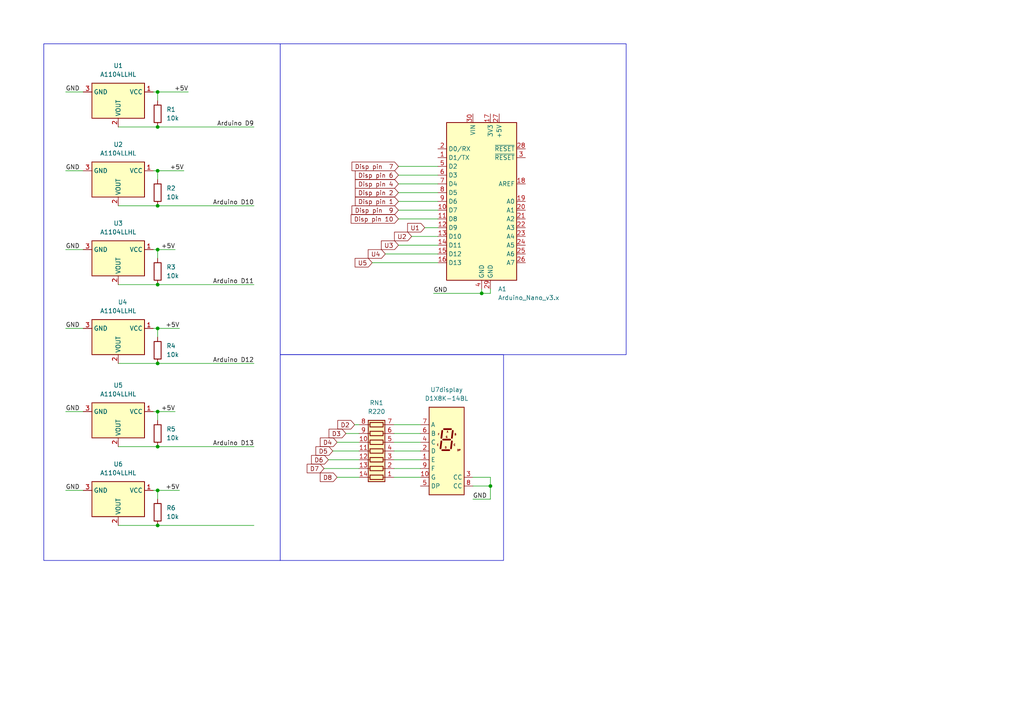
<source format=kicad_sch>
(kicad_sch (version 20230121) (generator eeschema)
  (paper "A4")
  (lib_symbols
    (symbol "Device:R" (pin_numbers hide) (pin_names (offset 0))
      (property "Reference" "R" (at 2.032 0 90))
      (property "Value" "R" (at 0 0 90))
      (symbol "R_0_1"
        (rectangle (start -1.016 -2.54) (end 1.016 2.54) (stroke (width 0.254)))
      )
      (symbol "R_1_1"
        (pin passive line (at 0 3.81 270) (length 1.27) (name "~") (number "1"))
        (pin passive line (at 0 -3.81 90) (length 1.27) (name "~") (number "2"))
      )
    )
    (symbol "Device:R_Pack07" (pin_names (offset 0) hide)
      (property "Reference" "RN" (at -10.16 0 90))
      (property "Value" "R_Pack07" (at 10.16 0 90))
      (symbol "R_Pack07_0_1"
        (rectangle (start -8.89 -2.413) (end 8.89 2.413) (stroke (width 0.254)) (fill (type background)))
        (rectangle (start -8.255 1.905) (end -6.985 -1.905) (stroke (width 0.254)))
        (rectangle (start -5.715 1.905) (end -4.445 -1.905) (stroke (width 0.254)))
        (rectangle (start -3.175 1.905) (end -1.905 -1.905) (stroke (width 0.254)))
        (rectangle (start -0.635 1.905) (end 0.635 -1.905) (stroke (width 0.254)))
        (polyline (pts (xy -7.62 -2.54) (xy -7.62 -1.905)))
        (polyline (pts (xy -7.62 1.905) (xy -7.62 2.54)))
        (polyline (pts (xy -5.08 -2.54) (xy -5.08 -1.905)))
        (polyline (pts (xy -5.08 1.905) (xy -5.08 2.54)))
        (polyline (pts (xy -2.54 -2.54) (xy -2.54 -1.905)))
        (polyline (pts (xy -2.54 1.905) (xy -2.54 2.54)))
        (polyline (pts (xy 0 -2.54) (xy 0 -1.905)))
        (polyline (pts (xy 0 1.905) (xy 0 2.54)))
        (polyline (pts (xy 2.54 -2.54) (xy 2.54 -1.905)))
        (polyline (pts (xy 2.54 1.905) (xy 2.54 2.54)))
        (polyline (pts (xy 5.08 -2.54) (xy 5.08 -1.905)))
        (polyline (pts (xy 5.08 1.905) (xy 5.08 2.54)))
        (polyline (pts (xy 7.62 -2.54) (xy 7.62 -1.905)))
        (polyline (pts (xy 7.62 1.905) (xy 7.62 2.54)))
        (rectangle (start 1.905 1.905) (end 3.175 -1.905) (stroke (width 0.254)))
        (rectangle (start 4.445 1.905) (end 5.715 -1.905) (stroke (width 0.254)))
        (rectangle (start 6.985 1.905) (end 8.255 -1.905) (stroke (width 0.254)))
      )
      (symbol "R_Pack07_1_1"
        (pin passive line (at -7.62 -5.08 90) (length 2.54) (name "R1.1") (number "1"))
        (pin passive line (at 2.54 5.08 270) (length 2.54) (name "R5.2") (number "10"))
        (pin passive line (at 0 5.08 270) (length 2.54) (name "R4.2") (number "11"))
        (pin passive line (at -2.54 5.08 270) (length 2.54) (name "R3.2") (number "12"))
        (pin passive line (at -5.08 5.08 270) (length 2.54) (name "R2.2") (number "13"))
        (pin passive line (at -7.62 5.08 270) (length 2.54) (name "R1.2") (number "14"))
        (pin passive line (at -5.08 -5.08 90) (length 2.54) (name "R2.1") (number "2"))
        (pin passive line (at -2.54 -5.08 90) (length 2.54) (name "R3.1") (number "3"))
        (pin passive line (at 0 -5.08 90) (length 2.54) (name "R4.1") (number "4"))
        (pin passive line (at 2.54 -5.08 90) (length 2.54) (name "R5.1") (number "5"))
        (pin passive line (at 5.08 -5.08 90) (length 2.54) (name "R6.1") (number "6"))
        (pin passive line (at 7.62 -5.08 90) (length 2.54) (name "R7.1") (number "7"))
        (pin passive line (at 7.62 5.08 270) (length 2.54) (name "R7.2") (number "8"))
        (pin passive line (at 5.08 5.08 270) (length 2.54) (name "R6.2") (number "9"))
      )
    )
    (symbol "Display_Character:D1X8K-14BL"
      (property "Reference" "U" (at -2.54 13.97 0))
      (property "Value" "D1X8K-14BL" (at 1.27 13.97 0))
      (symbol "D1X8K-14BL_0_0"
        (text "A" (at 0.254 5.588 0) (effects (font (size 0.508 0.508))))
        (text "B" (at 2.54 4.826 0) (effects (font (size 0.508 0.508))))
        (text "C" (at 2.286 1.778 0) (effects (font (size 0.508 0.508))))
        (text "D" (at -0.254 1.016 0) (effects (font (size 0.508 0.508))))
        (text "DP" (at 3.556 0.254 0) (effects (font (size 0.508 0.508))))
        (text "E" (at -2.54 1.778 0) (effects (font (size 0.508 0.508))))
        (text "F" (at -2.286 4.826 0) (effects (font (size 0.508 0.508))))
        (text "G" (at 0 4.064 0) (effects (font (size 0.508 0.508))))
      )
      (symbol "D1X8K-14BL_0_1"
        (rectangle (start -5.08 12.7) (end 5.08 -12.7) (stroke (width 0.254)) (fill (type background)))
        (polyline (pts (xy -1.524 2.794) (xy -1.778 0.762)) (stroke (width 0.508)))
        (polyline (pts (xy -1.27 0.254) (xy 0.762 0.254)) (stroke (width 0.508)))
        (polyline (pts (xy -1.27 5.842) (xy -1.524 3.81)) (stroke (width 0.508)))
        (polyline (pts (xy -1.016 3.302) (xy 1.016 3.302)) (stroke (width 0.508)))
        (polyline (pts (xy -0.762 6.35) (xy 1.27 6.35)) (stroke (width 0.508)))
        (polyline (pts (xy 1.524 2.794) (xy 1.27 0.762)) (stroke (width 0.508)))
        (polyline (pts (xy 1.778 5.842) (xy 1.524 3.81)) (stroke (width 0.508)))
        (polyline (pts (xy 2.54 0.254) (xy 2.54 0.254)) (stroke (width 0.508)))
      )
      (symbol "D1X8K-14BL_1_1"
        (pin input line (at -7.62 -2.54 0) (length 2.54) (name "E") (number "1"))
        (pin input line (at -7.62 -7.62 0) (length 2.54) (name "G") (number "10"))
        (pin input line (at -7.62 0 0) (length 2.54) (name "D") (number "2"))
        (pin input line (at 7.62 -7.62 180) (length 2.54) (name "CC") (number "3"))
        (pin input line (at -7.62 2.54 0) (length 2.54) (name "C") (number "4"))
        (pin input line (at -7.62 -10.16 0) (length 2.54) (name "DP") (number "5"))
        (pin input line (at -7.62 5.08 0) (length 2.54) (name "B") (number "6"))
        (pin input line (at -7.62 7.62 0) (length 2.54) (name "A") (number "7"))
        (pin input line (at 7.62 -10.16 180) (length 2.54) (name "CC") (number "8"))
        (pin input line (at -7.62 -5.08 0) (length 2.54) (name "F") (number "9"))
      )
    )
    (symbol "MCU_Module:Arduino_Nano_v3.x"
      (property "Reference" "A" (at -10.16 23.495 0))
      (property "Value" "Arduino_Nano_v3.x" (at 5.08 -24.13 0))
      (symbol "Arduino_Nano_v3.x_0_1"
        (rectangle (start -10.16 22.86) (end 10.16 -22.86) (stroke (width 0.254)) (fill (type background)))
      )
      (symbol "Arduino_Nano_v3.x_1_1"
        (pin bidirectional line (at -12.7 12.7 0) (length 2.54) (name "D1/TX") (number "1"))
        (pin bidirectional line (at -12.7 -2.54 0) (length 2.54) (name "D7") (number "10"))
        (pin bidirectional line (at -12.7 -5.08 0) (length 2.54) (name "D8") (number "11"))
        (pin bidirectional line (at -12.7 -7.62 0) (length 2.54) (name "D9") (number "12"))
        (pin bidirectional line (at -12.7 -10.16 0) (length 2.54) (name "D10") (number "13"))
        (pin bidirectional line (at -12.7 -12.7 0) (length 2.54) (name "D11") (number "14"))
        (pin bidirectional line (at -12.7 -15.24 0) (length 2.54) (name "D12") (number "15"))
        (pin bidirectional line (at -12.7 -17.78 0) (length 2.54) (name "D13") (number "16"))
        (pin power_out line (at 2.54 25.4 270) (length 2.54) (name "3V3") (number "17"))
        (pin input line (at 12.7 5.08 180) (length 2.54) (name "AREF") (number "18"))
        (pin bidirectional line (at 12.7 0 180) (length 2.54) (name "A0") (number "19"))
        (pin bidirectional line (at -12.7 15.24 0) (length 2.54) (name "D0/RX") (number "2"))
        (pin bidirectional line (at 12.7 -2.54 180) (length 2.54) (name "A1") (number "20"))
        (pin bidirectional line (at 12.7 -5.08 180) (length 2.54) (name "A2") (number "21"))
        (pin bidirectional line (at 12.7 -7.62 180) (length 2.54) (name "A3") (number "22"))
        (pin bidirectional line (at 12.7 -10.16 180) (length 2.54) (name "A4") (number "23"))
        (pin bidirectional line (at 12.7 -12.7 180) (length 2.54) (name "A5") (number "24"))
        (pin bidirectional line (at 12.7 -15.24 180) (length 2.54) (name "A6") (number "25"))
        (pin bidirectional line (at 12.7 -17.78 180) (length 2.54) (name "A7") (number "26"))
        (pin power_out line (at 5.08 25.4 270) (length 2.54) (name "+5V") (number "27"))
        (pin input line (at 12.7 15.24 180) (length 2.54) (name "~{RESET}") (number "28"))
        (pin power_in line (at 2.54 -25.4 90) (length 2.54) (name "GND") (number "29"))
        (pin input line (at 12.7 12.7 180) (length 2.54) (name "~{RESET}") (number "3"))
        (pin power_in line (at -2.54 25.4 270) (length 2.54) (name "VIN") (number "30"))
        (pin power_in line (at 0 -25.4 90) (length 2.54) (name "GND") (number "4"))
        (pin bidirectional line (at -12.7 10.16 0) (length 2.54) (name "D2") (number "5"))
        (pin bidirectional line (at -12.7 7.62 0) (length 2.54) (name "D3") (number "6"))
        (pin bidirectional line (at -12.7 5.08 0) (length 2.54) (name "D4") (number "7"))
        (pin bidirectional line (at -12.7 2.54 0) (length 2.54) (name "D5") (number "8"))
        (pin bidirectional line (at -12.7 0 0) (length 2.54) (name "D6") (number "9"))
      )
    )
    (symbol "Sensor_Magnetic:A1104LLHL"
      (property "Reference" "U" (at 0 11.43 0))
      (property "Value" "A1104LLHL" (at 0 8.89 0))
      (symbol "A1104LLHL_0_1"
        (rectangle (start -5.08 7.62) (end 5.08 -7.62) (stroke (width 0.254)) (fill (type background)))
      )
      (symbol "A1104LLHL_1_1"
        (pin power_in line (at -2.54 10.16 270) (length 2.54) (name "VCC") (number "1"))
        (pin open_collector line (at 7.62 0 180) (length 2.54) (name "VOUT") (number "2"))
        (pin power_in line (at -2.54 -10.16 90) (length 2.54) (name "GND") (number "3"))
      )
    )
  )
  (junction (at 45.72 82.55))
  (junction (at 45.72 152.4))
  (junction (at 45.72 72.39))
  (junction (at 45.72 49.53))
  (junction (at 142.24 140.97))
  (junction (at 45.72 129.54))
  (junction (at 45.72 26.67))
  (junction (at 45.72 105.41))
  (junction (at 45.72 36.83))
  (junction (at 45.72 95.25))
  (junction (at 45.72 119.38))
  (junction (at 45.72 142.24))
  (junction (at 45.72 59.69))
  (junction (at 139.7 85.09))
  (wire (pts (xy 115.57 71.12) (xy 127 71.12)))
  (wire (pts (xy 115.57 50.8) (xy 127 50.8)))
  (wire (pts (xy 45.72 95.25) (xy 52.07 95.25)))
  (wire (pts (xy 114.3 130.81) (xy 121.92 130.81)))
  (wire (pts (xy 44.45 72.39) (xy 45.72 72.39)))
  (wire (pts (xy 45.72 152.4) (xy 73.66 152.4)))
  (wire (pts (xy 44.45 95.25) (xy 45.72 95.25)))
  (wire (pts (xy 142.24 83.82) (xy 142.24 85.09)))
  (wire (pts (xy 45.72 72.39) (xy 50.8 72.39)))
  (wire (pts (xy 45.72 49.53) (xy 53.34 49.53)))
  (wire (pts (xy 45.72 142.24) (xy 45.72 144.78)))
  (wire (pts (xy 115.57 60.96) (xy 127 60.96)))
  (wire (pts (xy 115.57 63.5) (xy 127 63.5)))
  (wire (pts (xy 137.16 144.78) (xy 142.24 144.78)))
  (wire (pts (xy 123.19 66.04) (xy 127 66.04)))
  (wire (pts (xy 137.16 140.97) (xy 142.24 140.97)))
  (wire (pts (xy 19.05 95.25) (xy 24.13 95.25)))
  (wire (pts (xy 45.72 105.41) (xy 73.66 105.41)))
  (wire (pts (xy 34.29 59.69) (xy 45.72 59.69)))
  (wire (pts (xy 45.72 119.38) (xy 45.72 121.92)))
  (wire (pts (xy 119.38 68.58) (xy 127 68.58)))
  (wire (pts (xy 125.73 85.09) (xy 139.7 85.09)))
  (wire (pts (xy 114.3 133.35) (xy 121.92 133.35)))
  (wire (pts (xy 19.05 142.24) (xy 24.13 142.24)))
  (wire (pts (xy 45.72 129.54) (xy 73.66 129.54)))
  (wire (pts (xy 142.24 140.97) (xy 142.24 144.78)))
  (wire (pts (xy 114.3 123.19) (xy 121.92 123.19)))
  (wire (pts (xy 139.7 85.09) (xy 142.24 85.09)))
  (wire (pts (xy 19.05 72.39) (xy 24.13 72.39)))
  (wire (pts (xy 34.29 36.83) (xy 45.72 36.83)))
  (wire (pts (xy 97.79 138.43) (xy 104.14 138.43)))
  (wire (pts (xy 19.05 49.53) (xy 24.13 49.53)))
  (wire (pts (xy 44.45 49.53) (xy 45.72 49.53)))
  (wire (pts (xy 45.72 142.24) (xy 52.07 142.24)))
  (wire (pts (xy 34.29 82.55) (xy 45.72 82.55)))
  (wire (pts (xy 115.57 55.88) (xy 127 55.88)))
  (wire (pts (xy 95.25 133.35) (xy 104.14 133.35)))
  (wire (pts (xy 44.45 119.38) (xy 45.72 119.38)))
  (wire (pts (xy 19.05 26.67) (xy 24.13 26.67)))
  (wire (pts (xy 44.45 26.67) (xy 45.72 26.67)))
  (wire (pts (xy 45.72 82.55) (xy 73.66 82.55)))
  (wire (pts (xy 114.3 135.89) (xy 121.92 135.89)))
  (wire (pts (xy 115.57 58.42) (xy 127 58.42)))
  (wire (pts (xy 137.16 138.43) (xy 142.24 138.43)))
  (wire (pts (xy 100.33 125.73) (xy 104.14 125.73)))
  (wire (pts (xy 45.72 36.83) (xy 73.66 36.83)))
  (wire (pts (xy 115.57 53.34) (xy 127 53.34)))
  (wire (pts (xy 93.98 135.89) (xy 104.14 135.89)))
  (wire (pts (xy 115.57 48.26) (xy 127 48.26)))
  (wire (pts (xy 114.3 138.43) (xy 121.92 138.43)))
  (wire (pts (xy 45.72 72.39) (xy 45.72 74.93)))
  (wire (pts (xy 45.72 26.67) (xy 45.72 29.21)))
  (wire (pts (xy 34.29 105.41) (xy 45.72 105.41)))
  (wire (pts (xy 19.05 119.38) (xy 24.13 119.38)))
  (wire (pts (xy 34.29 129.54) (xy 45.72 129.54)))
  (wire (pts (xy 97.79 128.27) (xy 104.14 128.27)))
  (wire (pts (xy 45.72 119.38) (xy 50.8 119.38)))
  (wire (pts (xy 102.87 123.19) (xy 104.14 123.19)))
  (wire (pts (xy 114.3 125.73) (xy 121.92 125.73)))
  (wire (pts (xy 45.72 95.25) (xy 45.72 97.79)))
  (wire (pts (xy 96.52 130.81) (xy 104.14 130.81)))
  (wire (pts (xy 111.76 73.66) (xy 127 73.66)))
  (wire (pts (xy 142.24 138.43) (xy 142.24 140.97)))
  (wire (pts (xy 107.95 76.2) (xy 127 76.2)))
  (wire (pts (xy 45.72 26.67) (xy 54.61 26.67)))
  (wire (pts (xy 45.72 59.69) (xy 73.66 59.69)))
  (wire (pts (xy 139.7 83.82) (xy 139.7 85.09)))
  (wire (pts (xy 34.29 152.4) (xy 45.72 152.4)))
  (wire (pts (xy 114.3 128.27) (xy 121.92 128.27)))
  (wire (pts (xy 44.45 142.24) (xy 45.72 142.24)))
  (wire (pts (xy 45.72 49.53) (xy 45.72 52.07)))
  (rectangle (start 81.28 102.87) (end 146.05 162.56))
  (rectangle (start 81.28 12.7) (end 181.61 102.87))
  (rectangle (start 12.7 12.7) (end 81.28 162.56))
  (label "+5V" (at 52.07 95.25 180))
  (label "+5V" (at 50.8 72.39 180))
  (label "GND" (at 125.73 85.09 0))
  (label "GND" (at 19.05 119.38 0))
  (label "GND" (at 19.05 142.24 0))
  (label "+5V" (at 50.8 119.38 180))
  (label "Arduino D13" (at 73.66 129.54 180))
  (label "+5V" (at 52.07 142.24 180))
  (label "GND" (at 137.16 144.78 0))
  (label "GND" (at 19.05 72.39 0))
  (label "GND" (at 19.05 49.53 0))
  (label "Arduino D11" (at 73.66 82.55 180))
  (label "+5V" (at 54.61 26.67 180))
  (label "+5V" (at 53.34 49.53 180))
  (label "Arduino D10" (at 73.66 59.69 180))
  (label "Arduino D12" (at 73.66 105.41 180))
  (label "Arduino D9" (at 73.66 36.83 180))
  (label "GND" (at 19.05 95.25 0))
  (label "GND" (at 19.05 26.67 0))
  (global_label "D3" (shape input) (at 100.33 125.73 180) (property "Intersheetrefs" "${INTERSHEET_REFS}" (effects hide)))
  (global_label "D7" (shape input) (at 93.98 135.89 180) (property "Intersheetrefs" "${INTERSHEET_REFS}" (effects hide)))
  (global_label "Disp pin 2" (shape input) (at 115.57 55.88 180) (property "Intersheetrefs" "${INTERSHEET_REFS}" (effects hide)))
  (global_label "Disp pin 1" (shape input) (at 115.57 58.42 180) (property "Intersheetrefs" "${INTERSHEET_REFS}" (effects hide)))
  (global_label "Disp pin  7" (shape input) (at 115.57 48.26 180) (property "Intersheetrefs" "${INTERSHEET_REFS}" (effects hide)))
  (global_label "D8" (shape input) (at 97.79 138.43 180) (property "Intersheetrefs" "${INTERSHEET_REFS}" (effects hide)))
  (global_label "U5" (shape input) (at 107.95 76.2 180) (property "Intersheetrefs" "${INTERSHEET_REFS}" (effects hide)))
  (global_label "D5" (shape input) (at 96.52 130.81 180) (property "Intersheetrefs" "${INTERSHEET_REFS}" (effects hide)))
  (global_label "D2" (shape input) (at 102.87 123.19 180) (property "Intersheetrefs" "${INTERSHEET_REFS}" (effects hide)))
  (global_label "Disp pin  9" (shape input) (at 115.57 60.96 180) (property "Intersheetrefs" "${INTERSHEET_REFS}" (effects hide)))
  (global_label "U1" (shape input) (at 123.19 66.04 180) (property "Intersheetrefs" "${INTERSHEET_REFS}" (effects hide)))
  (global_label "D6" (shape input) (at 95.25 133.35 180) (property "Intersheetrefs" "${INTERSHEET_REFS}" (effects hide)))
  (global_label "Disp pin 4" (shape input) (at 115.57 53.34 180) (property "Intersheetrefs" "${INTERSHEET_REFS}" (effects hide)))
  (global_label "U2" (shape input) (at 119.38 68.58 180) (property "Intersheetrefs" "${INTERSHEET_REFS}" (effects hide)))
  (global_label "Disp pin 10" (shape input) (at 115.57 63.5 180) (property "Intersheetrefs" "${INTERSHEET_REFS}" (effects hide)))
  (global_label "U4" (shape input) (at 111.76 73.66 180) (property "Intersheetrefs" "${INTERSHEET_REFS}" (effects hide)))
  (global_label "Disp pin 6" (shape input) (at 115.57 50.8 180) (property "Intersheetrefs" "${INTERSHEET_REFS}" (effects hide)))
  (global_label "U3" (shape input) (at 115.57 71.12 180) (property "Intersheetrefs" "${INTERSHEET_REFS}" (effects hide)))
  (global_label "D4" (shape input) (at 97.79 128.27 180) (property "Intersheetrefs" "${INTERSHEET_REFS}" (effects hide)))
  (symbol (lib_id "Display_Character:D1X8K-14BL") (at 129.54 130.81 0) (unit 1)
    (property "Reference" "U7display" (at 129.54 113.03 0))
    (property "Value" "D1X8K-14BL" (at 129.54 115.57 0))
    (property "Footprint" "Display_7Segment:D1X8K" (effects hide))
    (property "Datasheet" "https://ia800903.us.archive.org/24/items/CTKD1x8K/Cromatek%20D168K.pdf" (effects hide))
  )
  (symbol (lib_id "Sensor_Magnetic:A1104LLHL") (at 34.29 144.78 270) (unit 1)
    (property "Reference" "U6" (at 34.29 134.62 90))
    (property "Value" "A1104LLHL" (at 34.29 137.16 90))
    (property "Footprint" "Package_TO_SOT_SMD:SOT-23W" (effects hide))
    (property "Datasheet" "https://www.allegromicro.com/-/media/files/datasheets/a110x-datasheet.ashx" (effects hide))
  )
  (symbol (lib_id "Device:R") (at 45.72 125.73 180) (unit 1)
    (property "Reference" "R5" (at 48.26 124.46 0) (effects (justify right)))
    (property "Value" "10k" (at 48.26 127 0) (effects (justify right)))
  )
  (symbol (lib_id "Sensor_Magnetic:A1104LLHL") (at 34.29 121.92 270) (unit 1)
    (property "Reference" "U5" (at 34.29 111.76 90))
    (property "Value" "A1104LLHL" (at 34.29 114.3 90))
    (property "Footprint" "Package_TO_SOT_SMD:SOT-23W" (effects hide))
    (property "Datasheet" "https://www.allegromicro.com/-/media/files/datasheets/a110x-datasheet.ashx" (effects hide))
  )
  (symbol (lib_id "Sensor_Magnetic:A1104LLHL") (at 34.29 74.93 270) (unit 1)
    (property "Reference" "U3" (at 34.29 64.77 90))
    (property "Value" "A1104LLHL" (at 34.29 67.31 90))
    (property "Footprint" "Package_TO_SOT_SMD:SOT-23W" (effects hide))
    (property "Datasheet" "https://www.allegromicro.com/-/media/files/datasheets/a110x-datasheet.ashx" (effects hide))
  )
  (symbol (lib_id "Sensor_Magnetic:A1104LLHL") (at 34.29 97.79 270) (unit 1)
    (property "Reference" "U4" (at 35.56 87.63 90))
    (property "Value" "A1104LLHL" (at 34.29 90.17 90))
    (property "Footprint" "Package_TO_SOT_SMD:SOT-23W" (effects hide))
    (property "Datasheet" "https://www.allegromicro.com/-/media/files/datasheets/a110x-datasheet.ashx" (effects hide))
  )
  (symbol (lib_id "Device:R") (at 45.72 33.02 0) (unit 1)
    (property "Reference" "R1" (at 48.26 31.75 0) (effects (justify left)))
    (property "Value" "10k" (at 48.26 34.29 0) (effects (justify left)))
  )
  (symbol (lib_id "Device:R") (at 45.72 148.59 180) (unit 1)
    (property "Reference" "R6" (at 48.26 147.32 0) (effects (justify right)))
    (property "Value" "10k" (at 48.26 149.86 0) (effects (justify right)))
  )
  (symbol (lib_id "Device:R_Pack07") (at 109.22 130.81 90) (unit 1)
    (property "Reference" "RN1" (at 109.22 116.84 90))
    (property "Value" "R220" (at 109.22 119.38 90))
  )
  (symbol (lib_id "Sensor_Magnetic:A1104LLHL") (at 34.29 29.21 270) (unit 1)
    (property "Reference" "U1" (at 34.29 19.05 90))
    (property "Value" "A1104LLHL" (at 34.29 21.59 90))
    (property "Footprint" "Package_TO_SOT_SMD:SOT-23W" (effects hide))
    (property "Datasheet" "https://www.allegromicro.com/-/media/files/datasheets/a110x-datasheet.ashx" (effects hide))
  )
  (symbol (lib_id "MCU_Module:Arduino_Nano_v3.x") (at 139.7 58.42 0) (unit 1)
    (property "Reference" "A1" (at 144.4341 83.82 0) (effects (justify left)))
    (property "Value" "Arduino_Nano_v3.x" (at 144.4341 86.36 0) (effects (justify left)))
    (property "Footprint" "Module:Arduino_Nano" (effects hide))
    (property "Datasheet" "http://www.mouser.com/pdfdocs/Gravitech_Arduino_Nano3_0.pdf" (effects hide))
  )
  (symbol (lib_id "Device:R") (at 45.72 78.74 180) (unit 1)
    (property "Reference" "R3" (at 48.26 77.47 0) (effects (justify right)))
    (property "Value" "10k" (at 48.26 80.01 0) (effects (justify right)))
  )
  (symbol (lib_id "Device:R") (at 45.72 101.6 180) (unit 1)
    (property "Reference" "R4" (at 48.26 100.33 0) (effects (justify right)))
    (property "Value" "10k" (at 48.26 102.87 0) (effects (justify right)))
  )
  (symbol (lib_id "Device:R") (at 45.72 55.88 180) (unit 1)
    (property "Reference" "R2" (at 48.26 54.61 0) (effects (justify right)))
    (property "Value" "10k" (at 48.26 57.15 0) (effects (justify right)))
  )
  (symbol (lib_id "Sensor_Magnetic:A1104LLHL") (at 34.29 52.07 270) (unit 1)
    (property "Reference" "U2" (at 34.29 41.91 90))
    (property "Value" "A1104LLHL" (at 34.29 44.45 90))
    (property "Footprint" "Package_TO_SOT_SMD:SOT-23W" (effects hide))
    (property "Datasheet" "https://www.allegromicro.com/-/media/files/datasheets/a110x-datasheet.ashx" (effects hide))
  )
)
</source>
